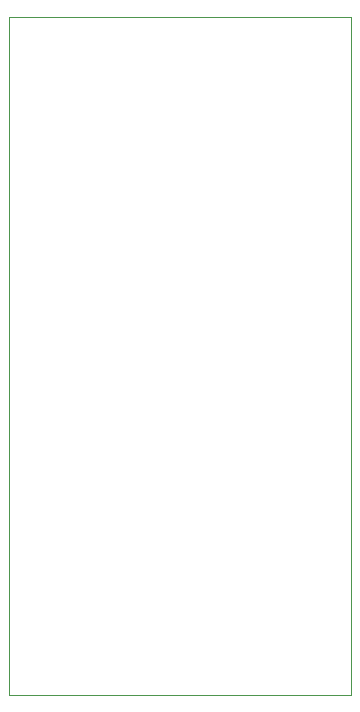
<source format=gbr>
%TF.GenerationSoftware,KiCad,Pcbnew,8.0.8+1*%
%TF.CreationDate,2025-02-28T13:13:44+11:00*%
%TF.ProjectId,vichyctl,76696368-7963-4746-9c2e-6b696361645f,rev?*%
%TF.SameCoordinates,Original*%
%TF.FileFunction,Profile,NP*%
%FSLAX46Y46*%
G04 Gerber Fmt 4.6, Leading zero omitted, Abs format (unit mm)*
G04 Created by KiCad (PCBNEW 8.0.8+1) date 2025-02-28 13:13:44*
%MOMM*%
%LPD*%
G01*
G04 APERTURE LIST*
%TA.AperFunction,Profile*%
%ADD10C,0.050000*%
%TD*%
G04 APERTURE END LIST*
D10*
X119634000Y-41402000D02*
X148590000Y-41402000D01*
X148590000Y-98806000D01*
X119634000Y-98806000D01*
X119634000Y-41402000D01*
M02*

</source>
